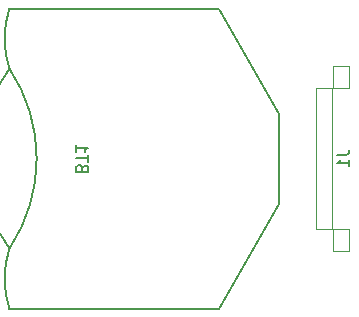
<source format=gbr>
G04 #@! TF.GenerationSoftware,KiCad,Pcbnew,(5.1.4)*
G04 #@! TF.CreationDate,2019-12-13T22:41:35+01:00*
G04 #@! TF.ProjectId,hardware,68617264-7761-4726-952e-6b696361645f,rev?*
G04 #@! TF.SameCoordinates,Original*
G04 #@! TF.FileFunction,Legend,Bot*
G04 #@! TF.FilePolarity,Positive*
%FSLAX46Y46*%
G04 Gerber Fmt 4.6, Leading zero omitted, Abs format (unit mm)*
G04 Created by KiCad (PCBNEW (5.1.4)) date 2019-12-13 22:41:35*
%MOMM*%
%LPD*%
G04 APERTURE LIST*
%ADD10C,0.150000*%
%ADD11C,0.120000*%
G04 APERTURE END LIST*
D10*
X53340000Y-139700000D02*
X53340000Y-132080000D01*
X53340000Y-139700000D02*
X48260000Y-148590000D01*
X48260000Y-148590000D02*
X38100000Y-148590000D01*
X53340000Y-132080000D02*
X48260000Y-123190000D01*
X48260000Y-123190000D02*
X40640000Y-123190000D01*
X40640000Y-123190000D02*
X30480000Y-123190000D01*
X30480000Y-148590000D02*
X38100000Y-148590000D01*
X30480001Y-123190000D02*
G75*
G03X30480001Y-128269999I7619999J-2540000D01*
G01*
X30480001Y-143510000D02*
G75*
G03X30480001Y-148589999I7619999J-2540000D01*
G01*
X30480000Y-143510000D02*
G75*
G03X30480000Y-128270000I-11430000J7620000D01*
G01*
X30480001Y-128270000D02*
G75*
G03X30480000Y-143509999I10159999J-7620000D01*
G01*
D11*
X56470000Y-129890000D02*
X56470000Y-141890000D01*
X57830000Y-129890000D02*
X57830000Y-141890000D01*
X57830000Y-129890000D02*
X59270000Y-129890000D01*
X57830000Y-141890000D02*
X59270000Y-141890000D01*
X59270000Y-129890000D02*
X59270000Y-128030000D01*
X59270000Y-141890000D02*
X59270000Y-143750000D01*
X59270000Y-128030000D02*
X57910000Y-128030000D01*
X59270000Y-143750000D02*
X57910000Y-143750000D01*
X57910000Y-128030000D02*
X57910000Y-129890000D01*
X57910000Y-143750000D02*
X57910000Y-141890000D01*
X57910000Y-129890000D02*
X56470000Y-129890000D01*
X57910000Y-141890000D02*
X56470000Y-141890000D01*
D10*
X36661428Y-136675714D02*
X36613809Y-136532857D01*
X36566190Y-136485238D01*
X36470952Y-136437619D01*
X36328095Y-136437619D01*
X36232857Y-136485238D01*
X36185238Y-136532857D01*
X36137619Y-136628095D01*
X36137619Y-137009047D01*
X37137619Y-137009047D01*
X37137619Y-136675714D01*
X37090000Y-136580476D01*
X37042380Y-136532857D01*
X36947142Y-136485238D01*
X36851904Y-136485238D01*
X36756666Y-136532857D01*
X36709047Y-136580476D01*
X36661428Y-136675714D01*
X36661428Y-137009047D01*
X37137619Y-136151904D02*
X37137619Y-135580476D01*
X36137619Y-135866190D02*
X37137619Y-135866190D01*
X36137619Y-134723333D02*
X36137619Y-135294761D01*
X36137619Y-135009047D02*
X37137619Y-135009047D01*
X36994761Y-135104285D01*
X36899523Y-135199523D01*
X36851904Y-135294761D01*
X58252380Y-135556666D02*
X58966666Y-135556666D01*
X59109523Y-135509047D01*
X59204761Y-135413809D01*
X59252380Y-135270952D01*
X59252380Y-135175714D01*
X59252380Y-136556666D02*
X59252380Y-135985238D01*
X59252380Y-136270952D02*
X58252380Y-136270952D01*
X58395238Y-136175714D01*
X58490476Y-136080476D01*
X58538095Y-135985238D01*
M02*

</source>
